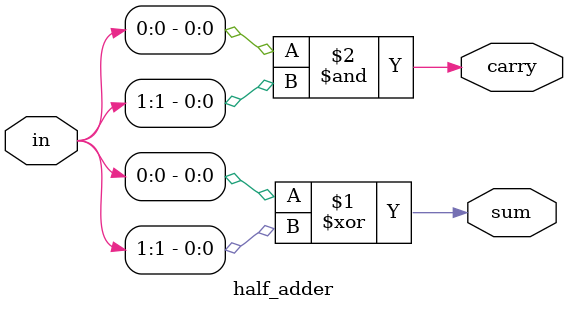
<source format=v>
`ifndef HALF_ADDER_V
`define HALF_ADDER_V

module half_adder(
  input [1:0] in,
  output sum,
  output carry
);
  assign sum = in[0] ^ in[1];
  assign carry = in[0] & in[1];
endmodule

`endif
</source>
